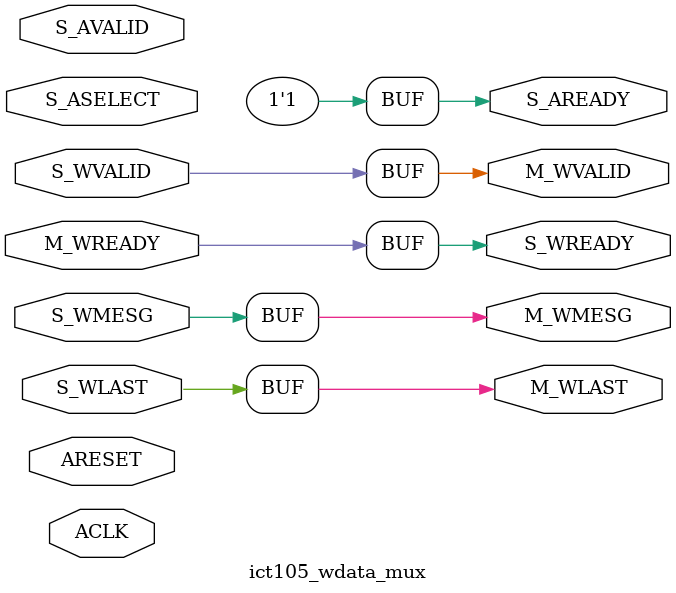
<source format=v>

`timescale 1ps/1ps
`default_nettype none

module ict105_wdata_mux #
  (
   parameter         C_FAMILY       = "none", // FPGA Family.
   parameter integer C_WMESG_WIDTH            =  1, // Width of W-channel payload.
   parameter integer C_NUM_SLAVE_SLOTS     =  1, // Number of S_* ports.
   parameter integer C_SELECT_WIDTH      =  1, // Width of ASELECT.
   parameter integer C_FIFO_DEPTH_LOG     =  0 // Queue depth = 2**C_FIFO_DEPTH_LOG.
   )
  (
   // System Signals
   input  wire                                        ACLK,
   input  wire                                        ARESET,
   // Slave Data Ports
   input  wire [C_NUM_SLAVE_SLOTS*C_WMESG_WIDTH-1:0]     S_WMESG,
   input  wire [C_NUM_SLAVE_SLOTS-1:0]                S_WLAST,
   input  wire [C_NUM_SLAVE_SLOTS-1:0]                S_WVALID,
   output wire [C_NUM_SLAVE_SLOTS-1:0]                S_WREADY,
   // Master Data Ports
   output wire [C_WMESG_WIDTH-1:0]                       M_WMESG,
   output wire                                        M_WLAST,
   output wire                                        M_WVALID,
   input  wire                                        M_WREADY,
   // Write Command Ports
   input  wire [C_SELECT_WIDTH-1:0]                 S_ASELECT,  // SI-slot index from AW arbiter
   input  wire                                        S_AVALID,
   output wire                                        S_AREADY
   );

  // Decode select input to 1-hot
  function [C_NUM_SLAVE_SLOTS-1:0] f_decoder (
      input [C_SELECT_WIDTH-1:0] sel
    );
    integer i;
    begin
      for (i=0; i<C_NUM_SLAVE_SLOTS; i=i+1) begin
        f_decoder[i] = (sel == i);
      end
    end
  endfunction

  wire                                          m_valid_i;
  wire                                          m_last_i;
  wire [C_NUM_SLAVE_SLOTS-1:0]             m_select_hot;
  wire [C_SELECT_WIDTH-1:0]                 m_select_enc;
  wire                                          m_avalid;
  wire                                          m_aready;
  
  generate
    if (C_NUM_SLAVE_SLOTS>1) begin : gen_wmux
      // SI-side write command queue
  ict105_axic_reg_srl_fifo #
        (
         .C_FAMILY          (C_FAMILY),
         .C_FIFO_WIDTH      (C_SELECT_WIDTH),
         .C_FIFO_DEPTH_LOG  (C_FIFO_DEPTH_LOG),
         .C_USE_FULL        (0)
         )
        wmux_aw_fifo
          (
           .ACLK    (ACLK),
           .ARESET  (ARESET),
           .S_MESG  (S_ASELECT),
           .S_VALID (S_AVALID),
           .S_READY (S_AREADY),
           .M_MESG  (m_select_enc),
           .M_VALID (m_avalid),
           .M_READY (m_aready)
           );
    
      assign m_select_hot = f_decoder(m_select_enc);
      
      // Instantiate MUX
  ict105_mux_enc # 
        (
         .C_FAMILY      (C_FAMILY),
         .C_RATIO       (C_NUM_SLAVE_SLOTS),
         .C_SEL_WIDTH   (C_SELECT_WIDTH),
         .C_DATA_WIDTH  (C_WMESG_WIDTH)
        ) mux_w 
        (
         .S   (m_select_enc),
         .A   (S_WMESG),
         .O   (M_WMESG),
         .OE  (1'b1)
        ); 
        
      assign m_last_i  = |(S_WLAST & m_select_hot);
      assign m_valid_i = |(S_WVALID & m_select_hot);
      
      assign m_aready = m_valid_i & m_avalid & m_last_i & M_WREADY;
      assign M_WLAST = m_last_i;
      assign M_WVALID = m_valid_i & m_avalid;
      assign S_WREADY = m_select_hot & {C_NUM_SLAVE_SLOTS{m_avalid & M_WREADY}};
    end else begin : gen_no_wmux
      assign S_AREADY = 1'b1;
      assign M_WVALID = S_WVALID;
      assign S_WREADY = M_WREADY;
      assign M_WLAST = S_WLAST;
      assign M_WMESG = S_WMESG;
    end
  endgenerate
  
endmodule

`default_nettype wire

</source>
